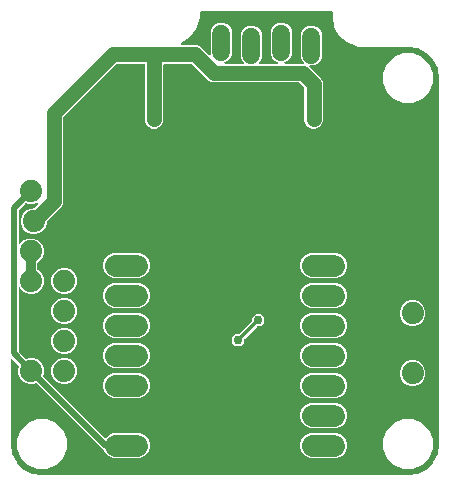
<source format=gbr>
G04 EAGLE Gerber RS-274X export*
G75*
%MOMM*%
%FSLAX34Y34*%
%LPD*%
%INBottom Copper*%
%IPPOS*%
%AMOC8*
5,1,8,0,0,1.08239X$1,22.5*%
G01*
G04 Define Apertures*
%ADD10C,1.828800*%
%ADD11C,1.879600*%
%ADD12C,1.524000*%
%ADD13C,0.756400*%
%ADD14C,0.508000*%
%ADD15C,1.270000*%
%ADD16C,0.812800*%
%ADD17C,0.304800*%
G36*
X350119Y13565D02*
X350000Y13556D01*
X40000Y13556D01*
X39881Y13565D01*
X31945Y14822D01*
X31718Y14896D01*
X24559Y18544D01*
X24366Y18684D01*
X18684Y24366D01*
X18544Y24559D01*
X14896Y31718D01*
X14822Y31945D01*
X13565Y39881D01*
X13556Y40000D01*
X13556Y111787D01*
X13603Y112050D01*
X13762Y112308D01*
X14010Y112484D01*
X14306Y112549D01*
X14604Y112493D01*
X14857Y112326D01*
X20627Y106555D01*
X20788Y106319D01*
X20850Y106023D01*
X20792Y105725D01*
X20108Y104073D01*
X20108Y99727D01*
X21771Y95713D01*
X24843Y92641D01*
X28857Y90978D01*
X33203Y90978D01*
X34855Y91662D01*
X35134Y91720D01*
X35433Y91665D01*
X35685Y91497D01*
X92522Y34661D01*
X92687Y34414D01*
X93373Y32757D01*
X96374Y29756D01*
X100295Y28132D01*
X122827Y28132D01*
X126748Y29756D01*
X129749Y32757D01*
X131373Y36678D01*
X131373Y40922D01*
X129749Y44843D01*
X126748Y47844D01*
X122827Y49468D01*
X100295Y49468D01*
X96374Y47844D01*
X94143Y45612D01*
X93912Y45454D01*
X93616Y45389D01*
X93318Y45445D01*
X93065Y45612D01*
X41433Y97245D01*
X41272Y97481D01*
X41210Y97777D01*
X41268Y98075D01*
X41952Y99728D01*
X41952Y104073D01*
X40289Y108087D01*
X37217Y111159D01*
X33203Y112822D01*
X28858Y112822D01*
X27205Y112138D01*
X26926Y112080D01*
X26628Y112135D01*
X26375Y112303D01*
X20383Y118294D01*
X20220Y118536D01*
X20160Y118833D01*
X20160Y171971D01*
X20205Y172229D01*
X20362Y172488D01*
X20608Y172665D01*
X20904Y172733D01*
X21202Y172680D01*
X21457Y172514D01*
X21626Y172263D01*
X21771Y171913D01*
X24843Y168841D01*
X28857Y167178D01*
X33203Y167178D01*
X37217Y168841D01*
X40289Y171913D01*
X41952Y175927D01*
X41952Y180273D01*
X40289Y184287D01*
X37217Y187359D01*
X36538Y187640D01*
X36300Y187797D01*
X36128Y188047D01*
X36068Y188344D01*
X36068Y193184D01*
X36121Y193464D01*
X36287Y193718D01*
X36538Y193888D01*
X36667Y193941D01*
X39739Y197013D01*
X41402Y201027D01*
X41402Y205373D01*
X39739Y209387D01*
X36667Y212459D01*
X32653Y214122D01*
X28307Y214122D01*
X24293Y212459D01*
X21461Y209627D01*
X21241Y209474D01*
X20946Y209404D01*
X20647Y209455D01*
X20392Y209618D01*
X20220Y209868D01*
X20160Y210166D01*
X20160Y237617D01*
X20216Y237903D01*
X20383Y238156D01*
X25825Y243597D01*
X26061Y243758D01*
X26357Y243820D01*
X26655Y243762D01*
X28308Y243078D01*
X32653Y243078D01*
X35447Y244235D01*
X35702Y244292D01*
X36002Y244246D01*
X36260Y244087D01*
X36435Y243840D01*
X36500Y243544D01*
X36445Y243245D01*
X36277Y242993D01*
X33030Y239745D01*
X32788Y239582D01*
X32491Y239522D01*
X30847Y239522D01*
X26833Y237859D01*
X23761Y234787D01*
X22098Y230773D01*
X22098Y226427D01*
X23761Y222413D01*
X26833Y219341D01*
X30847Y217678D01*
X35193Y217678D01*
X39207Y219341D01*
X42279Y222413D01*
X43942Y226427D01*
X43942Y228071D01*
X43998Y228357D01*
X44165Y228610D01*
X56675Y241120D01*
X57874Y244014D01*
X57874Y316423D01*
X57930Y316709D01*
X58097Y316962D01*
X103038Y361903D01*
X103280Y362066D01*
X103577Y362126D01*
X126364Y362126D01*
X126639Y362075D01*
X126894Y361911D01*
X127066Y361661D01*
X127126Y361364D01*
X127126Y313434D01*
X128325Y310540D01*
X130540Y308325D01*
X133434Y307126D01*
X136566Y307126D01*
X139460Y308325D01*
X141675Y310540D01*
X142874Y313434D01*
X142874Y361364D01*
X142925Y361639D01*
X143089Y361894D01*
X143339Y362066D01*
X143636Y362126D01*
X166423Y362126D01*
X166709Y362070D01*
X166962Y361903D01*
X181194Y347671D01*
X184088Y346472D01*
X257077Y346472D01*
X257363Y346416D01*
X257616Y346249D01*
X261903Y341962D01*
X262066Y341720D01*
X262126Y341423D01*
X262126Y313434D01*
X263325Y310540D01*
X265540Y308325D01*
X268434Y307126D01*
X271566Y307126D01*
X274460Y308325D01*
X276675Y310540D01*
X277874Y313434D01*
X277874Y346566D01*
X276675Y349460D01*
X266740Y359395D01*
X266587Y359615D01*
X266518Y359910D01*
X266568Y360209D01*
X266732Y360464D01*
X266982Y360636D01*
X267279Y360696D01*
X269919Y360696D01*
X273280Y362088D01*
X275852Y364660D01*
X277244Y368021D01*
X277244Y386899D01*
X275852Y390260D01*
X273280Y392832D01*
X269919Y394224D01*
X266281Y394224D01*
X262920Y392832D01*
X260348Y390260D01*
X258956Y386899D01*
X258956Y368021D01*
X260348Y364660D01*
X261488Y363521D01*
X261641Y363301D01*
X261710Y363006D01*
X261660Y362707D01*
X261496Y362452D01*
X261246Y362280D01*
X260949Y362220D01*
X245897Y362220D01*
X245639Y362265D01*
X245380Y362422D01*
X245203Y362668D01*
X245135Y362964D01*
X245188Y363262D01*
X245354Y363517D01*
X245605Y363686D01*
X247880Y364628D01*
X250452Y367200D01*
X251844Y370561D01*
X251844Y389439D01*
X250452Y392800D01*
X247880Y395372D01*
X244519Y396764D01*
X240881Y396764D01*
X237520Y395372D01*
X234948Y392800D01*
X233556Y389439D01*
X233556Y370561D01*
X234948Y367200D01*
X237520Y364628D01*
X239795Y363686D01*
X240016Y363546D01*
X240195Y363301D01*
X240265Y363006D01*
X240214Y362707D01*
X240050Y362452D01*
X239800Y362280D01*
X239503Y362220D01*
X224451Y362220D01*
X224188Y362267D01*
X223930Y362426D01*
X223754Y362674D01*
X223689Y362970D01*
X223745Y363268D01*
X223912Y363521D01*
X225052Y364660D01*
X226444Y368021D01*
X226444Y386899D01*
X225052Y390260D01*
X222480Y392832D01*
X219119Y394224D01*
X215481Y394224D01*
X212120Y392832D01*
X209548Y390260D01*
X208156Y386899D01*
X208156Y368021D01*
X209548Y364660D01*
X210688Y363521D01*
X210841Y363301D01*
X210910Y363006D01*
X210860Y362707D01*
X210696Y362452D01*
X210446Y362280D01*
X210149Y362220D01*
X195097Y362220D01*
X194839Y362265D01*
X194580Y362422D01*
X194403Y362668D01*
X194335Y362964D01*
X194388Y363262D01*
X194554Y363517D01*
X194805Y363686D01*
X197080Y364628D01*
X199652Y367200D01*
X201044Y370561D01*
X201044Y389439D01*
X199652Y392800D01*
X197080Y395372D01*
X193719Y396764D01*
X190081Y396764D01*
X186720Y395372D01*
X184148Y392800D01*
X182756Y389439D01*
X182756Y370561D01*
X182833Y370376D01*
X182890Y370121D01*
X182844Y369821D01*
X182684Y369563D01*
X182437Y369388D01*
X182141Y369323D01*
X181843Y369378D01*
X181590Y369546D01*
X174460Y376675D01*
X171566Y377874D01*
X158592Y377874D01*
X158220Y377971D01*
X157990Y378169D01*
X157855Y378440D01*
X157837Y378743D01*
X157939Y379029D01*
X158144Y379252D01*
X165444Y384556D01*
X170761Y391874D01*
X173556Y400477D01*
X173556Y405000D01*
X173582Y405197D01*
X173673Y405538D01*
X173871Y405880D01*
X174120Y406129D01*
X174462Y406327D01*
X174803Y406418D01*
X175000Y406444D01*
X285000Y406444D01*
X285197Y406418D01*
X285538Y406327D01*
X285880Y406129D01*
X286129Y405880D01*
X286327Y405538D01*
X286399Y405267D01*
X286421Y404986D01*
X286008Y401269D01*
X287685Y393143D01*
X291791Y385933D01*
X297924Y380344D01*
X305484Y376924D01*
X308102Y376633D01*
X308304Y376582D01*
X308512Y376444D01*
X309761Y376444D01*
X309845Y376439D01*
X311081Y376302D01*
X311217Y376384D01*
X311515Y376444D01*
X350000Y376444D01*
X350119Y376435D01*
X358055Y375178D01*
X358282Y375104D01*
X365441Y371456D01*
X365634Y371316D01*
X371316Y365634D01*
X371456Y365441D01*
X375104Y358282D01*
X375178Y358055D01*
X376435Y350119D01*
X376444Y350000D01*
X376444Y40000D01*
X376435Y39881D01*
X375178Y31945D01*
X375104Y31718D01*
X371456Y24559D01*
X371316Y24366D01*
X365634Y18684D01*
X365441Y18544D01*
X358282Y14896D01*
X358055Y14822D01*
X350119Y13565D01*
G37*
%LPC*%
G36*
X345812Y328944D02*
X354188Y328944D01*
X361927Y332150D01*
X367850Y338073D01*
X371056Y345812D01*
X371056Y354188D01*
X367850Y361927D01*
X361927Y367850D01*
X354188Y371056D01*
X345812Y371056D01*
X338073Y367850D01*
X332150Y361927D01*
X328944Y354188D01*
X328944Y345812D01*
X332150Y338073D01*
X338073Y332150D01*
X345812Y328944D01*
G37*
G36*
X267173Y180532D02*
X289705Y180532D01*
X293626Y182156D01*
X296627Y185157D01*
X298251Y189078D01*
X298251Y193322D01*
X296627Y197243D01*
X293626Y200244D01*
X289705Y201868D01*
X267173Y201868D01*
X263252Y200244D01*
X260251Y197243D01*
X258627Y193322D01*
X258627Y189078D01*
X260251Y185157D01*
X263252Y182156D01*
X267173Y180532D01*
G37*
G36*
X100295Y180532D02*
X122827Y180532D01*
X126748Y182156D01*
X129749Y185157D01*
X131373Y189078D01*
X131373Y193322D01*
X129749Y197243D01*
X126748Y200244D01*
X122827Y201868D01*
X100295Y201868D01*
X96374Y200244D01*
X93373Y197243D01*
X91749Y193322D01*
X91749Y189078D01*
X93373Y185157D01*
X96374Y182156D01*
X100295Y180532D01*
G37*
G36*
X56797Y167178D02*
X61143Y167178D01*
X65157Y168841D01*
X68229Y171913D01*
X69892Y175927D01*
X69892Y180273D01*
X68229Y184287D01*
X65157Y187359D01*
X61143Y189022D01*
X56797Y189022D01*
X52783Y187359D01*
X49711Y184287D01*
X48048Y180273D01*
X48048Y175927D01*
X49711Y171913D01*
X52783Y168841D01*
X56797Y167178D01*
G37*
G36*
X267173Y155132D02*
X289705Y155132D01*
X293626Y156756D01*
X296627Y159757D01*
X298251Y163678D01*
X298251Y167922D01*
X296627Y171843D01*
X293626Y174844D01*
X289705Y176468D01*
X267173Y176468D01*
X263252Y174844D01*
X260251Y171843D01*
X258627Y167922D01*
X258627Y163678D01*
X260251Y159757D01*
X263252Y156756D01*
X267173Y155132D01*
G37*
G36*
X100295Y155132D02*
X122827Y155132D01*
X126748Y156756D01*
X129749Y159757D01*
X131373Y163678D01*
X131373Y167922D01*
X129749Y171843D01*
X126748Y174844D01*
X122827Y176468D01*
X100295Y176468D01*
X96374Y174844D01*
X93373Y171843D01*
X91749Y167922D01*
X91749Y163678D01*
X93373Y159757D01*
X96374Y156756D01*
X100295Y155132D01*
G37*
G36*
X56797Y141778D02*
X61143Y141778D01*
X65157Y143441D01*
X68229Y146513D01*
X69892Y150527D01*
X69892Y154873D01*
X68229Y158887D01*
X65157Y161959D01*
X61143Y163622D01*
X56797Y163622D01*
X52783Y161959D01*
X49711Y158887D01*
X48048Y154873D01*
X48048Y150527D01*
X49711Y146513D01*
X52783Y143441D01*
X56797Y141778D01*
G37*
G36*
X351557Y139878D02*
X355903Y139878D01*
X359917Y141541D01*
X362989Y144613D01*
X364652Y148627D01*
X364652Y152973D01*
X362989Y156987D01*
X359917Y160059D01*
X355903Y161722D01*
X351557Y161722D01*
X347543Y160059D01*
X344471Y156987D01*
X342808Y152973D01*
X342808Y148627D01*
X344471Y144613D01*
X347543Y141541D01*
X351557Y139878D01*
G37*
G36*
X267173Y129732D02*
X289705Y129732D01*
X293626Y131356D01*
X296627Y134357D01*
X298251Y138278D01*
X298251Y142522D01*
X296627Y146443D01*
X293626Y149444D01*
X289705Y151068D01*
X267173Y151068D01*
X263252Y149444D01*
X260251Y146443D01*
X258627Y142522D01*
X258627Y138278D01*
X260251Y134357D01*
X263252Y131356D01*
X267173Y129732D01*
G37*
G36*
X100295Y129732D02*
X122827Y129732D01*
X126748Y131356D01*
X129749Y134357D01*
X131373Y138278D01*
X131373Y142522D01*
X129749Y146443D01*
X126748Y149444D01*
X122827Y151068D01*
X100295Y151068D01*
X96374Y149444D01*
X93373Y146443D01*
X91749Y142522D01*
X91749Y138278D01*
X93373Y134357D01*
X96374Y131356D01*
X100295Y129732D01*
G37*
G36*
X203802Y122694D02*
X208198Y122694D01*
X211306Y125802D01*
X211306Y128680D01*
X211362Y128966D01*
X211529Y129219D01*
X221781Y139471D01*
X222023Y139634D01*
X222320Y139694D01*
X225198Y139694D01*
X228306Y142802D01*
X228306Y147198D01*
X225198Y150306D01*
X220802Y150306D01*
X217694Y147198D01*
X217694Y144320D01*
X217638Y144034D01*
X217471Y143781D01*
X207219Y133529D01*
X206977Y133366D01*
X206680Y133306D01*
X203802Y133306D01*
X200694Y130198D01*
X200694Y125802D01*
X203802Y122694D01*
G37*
G36*
X56797Y116378D02*
X61143Y116378D01*
X65157Y118041D01*
X68229Y121113D01*
X69892Y125127D01*
X69892Y129473D01*
X68229Y133487D01*
X65157Y136559D01*
X61143Y138222D01*
X56797Y138222D01*
X52783Y136559D01*
X49711Y133487D01*
X48048Y129473D01*
X48048Y125127D01*
X49711Y121113D01*
X52783Y118041D01*
X56797Y116378D01*
G37*
G36*
X267173Y104332D02*
X289705Y104332D01*
X293626Y105956D01*
X296627Y108957D01*
X298251Y112878D01*
X298251Y117122D01*
X296627Y121043D01*
X293626Y124044D01*
X289705Y125668D01*
X267173Y125668D01*
X263252Y124044D01*
X260251Y121043D01*
X258627Y117122D01*
X258627Y112878D01*
X260251Y108957D01*
X263252Y105956D01*
X267173Y104332D01*
G37*
G36*
X100295Y104332D02*
X122827Y104332D01*
X126748Y105956D01*
X129749Y108957D01*
X131373Y112878D01*
X131373Y117122D01*
X129749Y121043D01*
X126748Y124044D01*
X122827Y125668D01*
X100295Y125668D01*
X96374Y124044D01*
X93373Y121043D01*
X91749Y117122D01*
X91749Y112878D01*
X93373Y108957D01*
X96374Y105956D01*
X100295Y104332D01*
G37*
G36*
X56797Y90978D02*
X61143Y90978D01*
X65157Y92641D01*
X68229Y95713D01*
X69892Y99727D01*
X69892Y104073D01*
X68229Y108087D01*
X65157Y111159D01*
X61143Y112822D01*
X56797Y112822D01*
X52783Y111159D01*
X49711Y108087D01*
X48048Y104073D01*
X48048Y99727D01*
X49711Y95713D01*
X52783Y92641D01*
X56797Y90978D01*
G37*
G36*
X351557Y89078D02*
X355903Y89078D01*
X359917Y90741D01*
X362989Y93813D01*
X364652Y97827D01*
X364652Y102173D01*
X362989Y106187D01*
X359917Y109259D01*
X355903Y110922D01*
X351557Y110922D01*
X347543Y109259D01*
X344471Y106187D01*
X342808Y102173D01*
X342808Y97827D01*
X344471Y93813D01*
X347543Y90741D01*
X351557Y89078D01*
G37*
G36*
X267173Y78932D02*
X289705Y78932D01*
X293626Y80556D01*
X296627Y83557D01*
X298251Y87478D01*
X298251Y91722D01*
X296627Y95643D01*
X293626Y98644D01*
X289705Y100268D01*
X267173Y100268D01*
X263252Y98644D01*
X260251Y95643D01*
X258627Y91722D01*
X258627Y87478D01*
X260251Y83557D01*
X263252Y80556D01*
X267173Y78932D01*
G37*
G36*
X100295Y78932D02*
X122827Y78932D01*
X126748Y80556D01*
X129749Y83557D01*
X131373Y87478D01*
X131373Y91722D01*
X129749Y95643D01*
X126748Y98644D01*
X122827Y100268D01*
X100295Y100268D01*
X96374Y98644D01*
X93373Y95643D01*
X91749Y91722D01*
X91749Y87478D01*
X93373Y83557D01*
X96374Y80556D01*
X100295Y78932D01*
G37*
G36*
X267173Y53532D02*
X289705Y53532D01*
X293626Y55156D01*
X296627Y58157D01*
X298251Y62078D01*
X298251Y66322D01*
X296627Y70243D01*
X293626Y73244D01*
X289705Y74868D01*
X267173Y74868D01*
X263252Y73244D01*
X260251Y70243D01*
X258627Y66322D01*
X258627Y62078D01*
X260251Y58157D01*
X263252Y55156D01*
X267173Y53532D01*
G37*
G36*
X345812Y18944D02*
X354188Y18944D01*
X361927Y22150D01*
X367850Y28073D01*
X371056Y35812D01*
X371056Y44188D01*
X367850Y51927D01*
X361927Y57850D01*
X354188Y61056D01*
X345812Y61056D01*
X338073Y57850D01*
X332150Y51927D01*
X328944Y44188D01*
X328944Y35812D01*
X332150Y28073D01*
X338073Y22150D01*
X345812Y18944D01*
G37*
G36*
X35812Y18944D02*
X44188Y18944D01*
X51927Y22150D01*
X57850Y28073D01*
X61056Y35812D01*
X61056Y44188D01*
X57850Y51927D01*
X51927Y57850D01*
X44188Y61056D01*
X35812Y61056D01*
X28073Y57850D01*
X22150Y51927D01*
X18944Y44188D01*
X18944Y35812D01*
X22150Y28073D01*
X28073Y22150D01*
X35812Y18944D01*
G37*
G36*
X267173Y28132D02*
X289705Y28132D01*
X293626Y29756D01*
X296627Y32757D01*
X298251Y36678D01*
X298251Y40922D01*
X296627Y44843D01*
X293626Y47844D01*
X289705Y49468D01*
X267173Y49468D01*
X263252Y47844D01*
X260251Y44843D01*
X258627Y40922D01*
X258627Y36678D01*
X260251Y32757D01*
X263252Y29756D01*
X267173Y28132D01*
G37*
%LPD*%
D10*
X269295Y38800D02*
X287583Y38800D01*
X287583Y64200D02*
X269295Y64200D01*
X269295Y89600D02*
X287583Y89600D01*
X287583Y115000D02*
X269295Y115000D01*
X269295Y140400D02*
X287583Y140400D01*
X287583Y165800D02*
X269295Y165800D01*
X269295Y191200D02*
X287583Y191200D01*
X120705Y191200D02*
X102417Y191200D01*
X102417Y165800D02*
X120705Y165800D01*
X120705Y140400D02*
X102417Y140400D01*
X102417Y115000D02*
X120705Y115000D01*
X120705Y89600D02*
X102417Y89600D01*
X102417Y64200D02*
X120705Y64200D01*
X120705Y38800D02*
X102417Y38800D01*
D11*
X58970Y101900D03*
X31030Y101900D03*
X58970Y127300D03*
X31030Y127300D03*
X58970Y152700D03*
X31030Y152700D03*
X58970Y178100D03*
X31030Y178100D03*
X30480Y203200D03*
X33020Y228600D03*
X30480Y254000D03*
D12*
X191900Y372380D02*
X191900Y387620D01*
X217300Y385080D02*
X217300Y369840D01*
X242700Y372380D02*
X242700Y387620D01*
X268100Y385080D02*
X268100Y369840D01*
D11*
X353730Y100000D03*
X356270Y125400D03*
X353730Y150800D03*
D13*
X165000Y235000D03*
X300000Y235000D03*
X60000Y210000D03*
X105000Y215000D03*
X130000Y230000D03*
X185000Y200000D03*
X275000Y210000D03*
X365000Y210000D03*
X365000Y325000D03*
X320000Y365000D03*
X100000Y280000D03*
X120000Y280000D03*
X110000Y280000D03*
X100000Y270000D03*
X110000Y270000D03*
X120000Y270000D03*
X235000Y280000D03*
X245000Y280000D03*
X255000Y280000D03*
X255000Y270000D03*
X245000Y270000D03*
X235000Y270000D03*
X210000Y290000D03*
X210000Y260000D03*
X210000Y275000D03*
X280000Y275000D03*
X145000Y275000D03*
X75000Y290000D03*
X75000Y275000D03*
X75000Y260000D03*
X170000Y345000D03*
X290000Y360000D03*
X195000Y290000D03*
X205000Y165000D03*
X345000Y185000D03*
X280000Y285000D03*
X145000Y285000D03*
X65000Y310000D03*
X205000Y400000D03*
X284311Y389749D03*
X173000Y388268D03*
X75000Y245000D03*
X295000Y285000D03*
D14*
X94130Y38800D02*
X31030Y101900D01*
X94130Y38800D02*
X120705Y38800D01*
X16096Y116834D02*
X16096Y239616D01*
X16096Y116834D02*
X31030Y101900D01*
X16096Y239616D02*
X30480Y254000D01*
D13*
X270000Y345000D03*
X270000Y335000D03*
X270000Y325000D03*
X270000Y315000D03*
X135000Y345000D03*
X135000Y335000D03*
X135000Y325000D03*
X135000Y315000D03*
D15*
X50000Y245580D02*
X33020Y228600D01*
X50000Y245580D02*
X50000Y320000D01*
X100000Y370000D01*
X135000Y370000D01*
X170000Y370000D01*
X185654Y354346D01*
X260654Y354346D01*
X270000Y345000D01*
X270000Y315000D01*
X135000Y315000D02*
X135000Y370000D01*
D14*
X30480Y178650D02*
X31030Y178100D01*
D16*
X30480Y178650D02*
X30480Y203200D01*
D13*
X223000Y145000D03*
D17*
X206000Y128000D01*
D13*
X206000Y128000D03*
M02*

</source>
